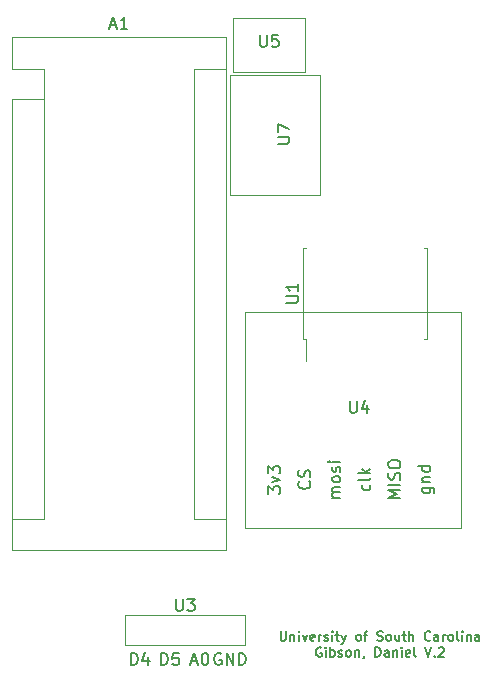
<source format=gbr>
%TF.GenerationSoftware,KiCad,Pcbnew,(5.1.10)-1*%
%TF.CreationDate,2021-10-20T12:04:40-04:00*%
%TF.ProjectId,mainboard,6d61696e-626f-4617-9264-2e6b69636164,rev?*%
%TF.SameCoordinates,Original*%
%TF.FileFunction,Legend,Top*%
%TF.FilePolarity,Positive*%
%FSLAX46Y46*%
G04 Gerber Fmt 4.6, Leading zero omitted, Abs format (unit mm)*
G04 Created by KiCad (PCBNEW (5.1.10)-1) date 2021-10-20 12:04:40*
%MOMM*%
%LPD*%
G01*
G04 APERTURE LIST*
%ADD10C,0.150000*%
%ADD11C,0.120000*%
G04 APERTURE END LIST*
D10*
X112230952Y-104296904D02*
X112230952Y-104944523D01*
X112269047Y-105020714D01*
X112307142Y-105058809D01*
X112383333Y-105096904D01*
X112535714Y-105096904D01*
X112611904Y-105058809D01*
X112650000Y-105020714D01*
X112688095Y-104944523D01*
X112688095Y-104296904D01*
X113069047Y-104563571D02*
X113069047Y-105096904D01*
X113069047Y-104639761D02*
X113107142Y-104601666D01*
X113183333Y-104563571D01*
X113297619Y-104563571D01*
X113373809Y-104601666D01*
X113411904Y-104677857D01*
X113411904Y-105096904D01*
X113792857Y-105096904D02*
X113792857Y-104563571D01*
X113792857Y-104296904D02*
X113754761Y-104335000D01*
X113792857Y-104373095D01*
X113830952Y-104335000D01*
X113792857Y-104296904D01*
X113792857Y-104373095D01*
X114097619Y-104563571D02*
X114288095Y-105096904D01*
X114478571Y-104563571D01*
X115088095Y-105058809D02*
X115011904Y-105096904D01*
X114859523Y-105096904D01*
X114783333Y-105058809D01*
X114745238Y-104982619D01*
X114745238Y-104677857D01*
X114783333Y-104601666D01*
X114859523Y-104563571D01*
X115011904Y-104563571D01*
X115088095Y-104601666D01*
X115126190Y-104677857D01*
X115126190Y-104754047D01*
X114745238Y-104830238D01*
X115469047Y-105096904D02*
X115469047Y-104563571D01*
X115469047Y-104715952D02*
X115507142Y-104639761D01*
X115545238Y-104601666D01*
X115621428Y-104563571D01*
X115697619Y-104563571D01*
X115926190Y-105058809D02*
X116002380Y-105096904D01*
X116154761Y-105096904D01*
X116230952Y-105058809D01*
X116269047Y-104982619D01*
X116269047Y-104944523D01*
X116230952Y-104868333D01*
X116154761Y-104830238D01*
X116040476Y-104830238D01*
X115964285Y-104792142D01*
X115926190Y-104715952D01*
X115926190Y-104677857D01*
X115964285Y-104601666D01*
X116040476Y-104563571D01*
X116154761Y-104563571D01*
X116230952Y-104601666D01*
X116611904Y-105096904D02*
X116611904Y-104563571D01*
X116611904Y-104296904D02*
X116573809Y-104335000D01*
X116611904Y-104373095D01*
X116650000Y-104335000D01*
X116611904Y-104296904D01*
X116611904Y-104373095D01*
X116878571Y-104563571D02*
X117183333Y-104563571D01*
X116992857Y-104296904D02*
X116992857Y-104982619D01*
X117030952Y-105058809D01*
X117107142Y-105096904D01*
X117183333Y-105096904D01*
X117373809Y-104563571D02*
X117564285Y-105096904D01*
X117754761Y-104563571D02*
X117564285Y-105096904D01*
X117488095Y-105287380D01*
X117450000Y-105325476D01*
X117373809Y-105363571D01*
X118783333Y-105096904D02*
X118707142Y-105058809D01*
X118669047Y-105020714D01*
X118630952Y-104944523D01*
X118630952Y-104715952D01*
X118669047Y-104639761D01*
X118707142Y-104601666D01*
X118783333Y-104563571D01*
X118897619Y-104563571D01*
X118973809Y-104601666D01*
X119011904Y-104639761D01*
X119050000Y-104715952D01*
X119050000Y-104944523D01*
X119011904Y-105020714D01*
X118973809Y-105058809D01*
X118897619Y-105096904D01*
X118783333Y-105096904D01*
X119278571Y-104563571D02*
X119583333Y-104563571D01*
X119392857Y-105096904D02*
X119392857Y-104411190D01*
X119430952Y-104335000D01*
X119507142Y-104296904D01*
X119583333Y-104296904D01*
X120421428Y-105058809D02*
X120535714Y-105096904D01*
X120726190Y-105096904D01*
X120802380Y-105058809D01*
X120840476Y-105020714D01*
X120878571Y-104944523D01*
X120878571Y-104868333D01*
X120840476Y-104792142D01*
X120802380Y-104754047D01*
X120726190Y-104715952D01*
X120573809Y-104677857D01*
X120497619Y-104639761D01*
X120459523Y-104601666D01*
X120421428Y-104525476D01*
X120421428Y-104449285D01*
X120459523Y-104373095D01*
X120497619Y-104335000D01*
X120573809Y-104296904D01*
X120764285Y-104296904D01*
X120878571Y-104335000D01*
X121335714Y-105096904D02*
X121259523Y-105058809D01*
X121221428Y-105020714D01*
X121183333Y-104944523D01*
X121183333Y-104715952D01*
X121221428Y-104639761D01*
X121259523Y-104601666D01*
X121335714Y-104563571D01*
X121450000Y-104563571D01*
X121526190Y-104601666D01*
X121564285Y-104639761D01*
X121602380Y-104715952D01*
X121602380Y-104944523D01*
X121564285Y-105020714D01*
X121526190Y-105058809D01*
X121450000Y-105096904D01*
X121335714Y-105096904D01*
X122288095Y-104563571D02*
X122288095Y-105096904D01*
X121945238Y-104563571D02*
X121945238Y-104982619D01*
X121983333Y-105058809D01*
X122059523Y-105096904D01*
X122173809Y-105096904D01*
X122250000Y-105058809D01*
X122288095Y-105020714D01*
X122554761Y-104563571D02*
X122859523Y-104563571D01*
X122669047Y-104296904D02*
X122669047Y-104982619D01*
X122707142Y-105058809D01*
X122783333Y-105096904D01*
X122859523Y-105096904D01*
X123126190Y-105096904D02*
X123126190Y-104296904D01*
X123469047Y-105096904D02*
X123469047Y-104677857D01*
X123430952Y-104601666D01*
X123354761Y-104563571D01*
X123240476Y-104563571D01*
X123164285Y-104601666D01*
X123126190Y-104639761D01*
X124916666Y-105020714D02*
X124878571Y-105058809D01*
X124764285Y-105096904D01*
X124688095Y-105096904D01*
X124573809Y-105058809D01*
X124497619Y-104982619D01*
X124459523Y-104906428D01*
X124421428Y-104754047D01*
X124421428Y-104639761D01*
X124459523Y-104487380D01*
X124497619Y-104411190D01*
X124573809Y-104335000D01*
X124688095Y-104296904D01*
X124764285Y-104296904D01*
X124878571Y-104335000D01*
X124916666Y-104373095D01*
X125602380Y-105096904D02*
X125602380Y-104677857D01*
X125564285Y-104601666D01*
X125488095Y-104563571D01*
X125335714Y-104563571D01*
X125259523Y-104601666D01*
X125602380Y-105058809D02*
X125526190Y-105096904D01*
X125335714Y-105096904D01*
X125259523Y-105058809D01*
X125221428Y-104982619D01*
X125221428Y-104906428D01*
X125259523Y-104830238D01*
X125335714Y-104792142D01*
X125526190Y-104792142D01*
X125602380Y-104754047D01*
X125983333Y-105096904D02*
X125983333Y-104563571D01*
X125983333Y-104715952D02*
X126021428Y-104639761D01*
X126059523Y-104601666D01*
X126135714Y-104563571D01*
X126211904Y-104563571D01*
X126592857Y-105096904D02*
X126516666Y-105058809D01*
X126478571Y-105020714D01*
X126440476Y-104944523D01*
X126440476Y-104715952D01*
X126478571Y-104639761D01*
X126516666Y-104601666D01*
X126592857Y-104563571D01*
X126707142Y-104563571D01*
X126783333Y-104601666D01*
X126821428Y-104639761D01*
X126859523Y-104715952D01*
X126859523Y-104944523D01*
X126821428Y-105020714D01*
X126783333Y-105058809D01*
X126707142Y-105096904D01*
X126592857Y-105096904D01*
X127316666Y-105096904D02*
X127240476Y-105058809D01*
X127202380Y-104982619D01*
X127202380Y-104296904D01*
X127621428Y-105096904D02*
X127621428Y-104563571D01*
X127621428Y-104296904D02*
X127583333Y-104335000D01*
X127621428Y-104373095D01*
X127659523Y-104335000D01*
X127621428Y-104296904D01*
X127621428Y-104373095D01*
X128002380Y-104563571D02*
X128002380Y-105096904D01*
X128002380Y-104639761D02*
X128040476Y-104601666D01*
X128116666Y-104563571D01*
X128230952Y-104563571D01*
X128307142Y-104601666D01*
X128345238Y-104677857D01*
X128345238Y-105096904D01*
X129069047Y-105096904D02*
X129069047Y-104677857D01*
X129030952Y-104601666D01*
X128954761Y-104563571D01*
X128802380Y-104563571D01*
X128726190Y-104601666D01*
X129069047Y-105058809D02*
X128992857Y-105096904D01*
X128802380Y-105096904D01*
X128726190Y-105058809D01*
X128688095Y-104982619D01*
X128688095Y-104906428D01*
X128726190Y-104830238D01*
X128802380Y-104792142D01*
X128992857Y-104792142D01*
X129069047Y-104754047D01*
X115678571Y-105685000D02*
X115602380Y-105646904D01*
X115488095Y-105646904D01*
X115373809Y-105685000D01*
X115297619Y-105761190D01*
X115259523Y-105837380D01*
X115221428Y-105989761D01*
X115221428Y-106104047D01*
X115259523Y-106256428D01*
X115297619Y-106332619D01*
X115373809Y-106408809D01*
X115488095Y-106446904D01*
X115564285Y-106446904D01*
X115678571Y-106408809D01*
X115716666Y-106370714D01*
X115716666Y-106104047D01*
X115564285Y-106104047D01*
X116059523Y-106446904D02*
X116059523Y-105913571D01*
X116059523Y-105646904D02*
X116021428Y-105685000D01*
X116059523Y-105723095D01*
X116097619Y-105685000D01*
X116059523Y-105646904D01*
X116059523Y-105723095D01*
X116440476Y-106446904D02*
X116440476Y-105646904D01*
X116440476Y-105951666D02*
X116516666Y-105913571D01*
X116669047Y-105913571D01*
X116745238Y-105951666D01*
X116783333Y-105989761D01*
X116821428Y-106065952D01*
X116821428Y-106294523D01*
X116783333Y-106370714D01*
X116745238Y-106408809D01*
X116669047Y-106446904D01*
X116516666Y-106446904D01*
X116440476Y-106408809D01*
X117126190Y-106408809D02*
X117202380Y-106446904D01*
X117354761Y-106446904D01*
X117430952Y-106408809D01*
X117469047Y-106332619D01*
X117469047Y-106294523D01*
X117430952Y-106218333D01*
X117354761Y-106180238D01*
X117240476Y-106180238D01*
X117164285Y-106142142D01*
X117126190Y-106065952D01*
X117126190Y-106027857D01*
X117164285Y-105951666D01*
X117240476Y-105913571D01*
X117354761Y-105913571D01*
X117430952Y-105951666D01*
X117926190Y-106446904D02*
X117850000Y-106408809D01*
X117811904Y-106370714D01*
X117773809Y-106294523D01*
X117773809Y-106065952D01*
X117811904Y-105989761D01*
X117850000Y-105951666D01*
X117926190Y-105913571D01*
X118040476Y-105913571D01*
X118116666Y-105951666D01*
X118154761Y-105989761D01*
X118192857Y-106065952D01*
X118192857Y-106294523D01*
X118154761Y-106370714D01*
X118116666Y-106408809D01*
X118040476Y-106446904D01*
X117926190Y-106446904D01*
X118535714Y-105913571D02*
X118535714Y-106446904D01*
X118535714Y-105989761D02*
X118573809Y-105951666D01*
X118650000Y-105913571D01*
X118764285Y-105913571D01*
X118840476Y-105951666D01*
X118878571Y-106027857D01*
X118878571Y-106446904D01*
X119297619Y-106408809D02*
X119297619Y-106446904D01*
X119259523Y-106523095D01*
X119221428Y-106561190D01*
X120250000Y-106446904D02*
X120250000Y-105646904D01*
X120440476Y-105646904D01*
X120554761Y-105685000D01*
X120630952Y-105761190D01*
X120669047Y-105837380D01*
X120707142Y-105989761D01*
X120707142Y-106104047D01*
X120669047Y-106256428D01*
X120630952Y-106332619D01*
X120554761Y-106408809D01*
X120440476Y-106446904D01*
X120250000Y-106446904D01*
X121392857Y-106446904D02*
X121392857Y-106027857D01*
X121354761Y-105951666D01*
X121278571Y-105913571D01*
X121126190Y-105913571D01*
X121050000Y-105951666D01*
X121392857Y-106408809D02*
X121316666Y-106446904D01*
X121126190Y-106446904D01*
X121050000Y-106408809D01*
X121011904Y-106332619D01*
X121011904Y-106256428D01*
X121050000Y-106180238D01*
X121126190Y-106142142D01*
X121316666Y-106142142D01*
X121392857Y-106104047D01*
X121773809Y-105913571D02*
X121773809Y-106446904D01*
X121773809Y-105989761D02*
X121811904Y-105951666D01*
X121888095Y-105913571D01*
X122002380Y-105913571D01*
X122078571Y-105951666D01*
X122116666Y-106027857D01*
X122116666Y-106446904D01*
X122497619Y-106446904D02*
X122497619Y-105913571D01*
X122497619Y-105646904D02*
X122459523Y-105685000D01*
X122497619Y-105723095D01*
X122535714Y-105685000D01*
X122497619Y-105646904D01*
X122497619Y-105723095D01*
X123183333Y-106408809D02*
X123107142Y-106446904D01*
X122954761Y-106446904D01*
X122878571Y-106408809D01*
X122840476Y-106332619D01*
X122840476Y-106027857D01*
X122878571Y-105951666D01*
X122954761Y-105913571D01*
X123107142Y-105913571D01*
X123183333Y-105951666D01*
X123221428Y-106027857D01*
X123221428Y-106104047D01*
X122840476Y-106180238D01*
X123678571Y-106446904D02*
X123602380Y-106408809D01*
X123564285Y-106332619D01*
X123564285Y-105646904D01*
X124478571Y-105646904D02*
X124745238Y-106446904D01*
X125011904Y-105646904D01*
X125278571Y-106370714D02*
X125316666Y-106408809D01*
X125278571Y-106446904D01*
X125240476Y-106408809D01*
X125278571Y-106370714D01*
X125278571Y-106446904D01*
X125621428Y-105723095D02*
X125659523Y-105685000D01*
X125735714Y-105646904D01*
X125926190Y-105646904D01*
X126002380Y-105685000D01*
X126040476Y-105723095D01*
X126078571Y-105799285D01*
X126078571Y-105875476D01*
X126040476Y-105989761D01*
X125583333Y-106446904D01*
X126078571Y-106446904D01*
D11*
%TO.C,A1*%
X92202000Y-59182000D02*
X92202000Y-56642000D01*
X92202000Y-56642000D02*
X89532000Y-56642000D01*
X89532000Y-59182000D02*
X89532000Y-97412000D01*
X89532000Y-53972000D02*
X89532000Y-56642000D01*
X104902000Y-56642000D02*
X107572000Y-56642000D01*
X104902000Y-56642000D02*
X104902000Y-94742000D01*
X104902000Y-94742000D02*
X107572000Y-94742000D01*
X92202000Y-59182000D02*
X89532000Y-59182000D01*
X92202000Y-59182000D02*
X92202000Y-94742000D01*
X92202000Y-94742000D02*
X89532000Y-94742000D01*
X89532000Y-97412000D02*
X107572000Y-97412000D01*
X107572000Y-97412000D02*
X107572000Y-53972000D01*
X107572000Y-53972000D02*
X89532000Y-53972000D01*
%TO.C,U1*%
X124640000Y-75692000D02*
X124640000Y-71832000D01*
X124640000Y-71832000D02*
X124385000Y-71832000D01*
X124640000Y-75692000D02*
X124640000Y-79552000D01*
X124640000Y-79552000D02*
X124385000Y-79552000D01*
X114120000Y-75692000D02*
X114120000Y-71832000D01*
X114120000Y-71832000D02*
X114375000Y-71832000D01*
X114120000Y-75692000D02*
X114120000Y-79552000D01*
X114120000Y-79552000D02*
X114375000Y-79552000D01*
X114375000Y-79552000D02*
X114375000Y-81367000D01*
%TO.C,U4*%
X127508000Y-77216000D02*
X127508000Y-95504000D01*
X109220000Y-77216000D02*
X127508000Y-77216000D01*
X109220000Y-77216000D02*
X109220000Y-95504000D01*
X127508000Y-95504000D02*
X109220000Y-95504000D01*
%TO.C,U3*%
X99060000Y-105410000D02*
X99060000Y-102870000D01*
X109220000Y-105410000D02*
X99060000Y-105410000D01*
X109220000Y-102870000D02*
X109220000Y-105410000D01*
X99060000Y-102870000D02*
X109220000Y-102870000D01*
%TO.C,U7*%
X107950000Y-57150000D02*
X115570000Y-57150000D01*
X107950000Y-67310000D02*
X107950000Y-57150000D01*
X115570000Y-67310000D02*
X107950000Y-67310000D01*
X115570000Y-57150000D02*
X115570000Y-67310000D01*
%TO.C,U5*%
X108204000Y-52324000D02*
X114300000Y-52324000D01*
X114300000Y-52324000D02*
X114300000Y-55880000D01*
X108204000Y-55880000D02*
X108204000Y-52324000D01*
X108204000Y-55880000D02*
X108204000Y-56896000D01*
X108204000Y-56896000D02*
X114300000Y-56896000D01*
X114300000Y-56896000D02*
X114300000Y-55880000D01*
%TO.C,A1*%
D10*
X97837714Y-52998666D02*
X98313904Y-52998666D01*
X97742476Y-53284380D02*
X98075809Y-52284380D01*
X98409142Y-53284380D01*
X99266285Y-53284380D02*
X98694857Y-53284380D01*
X98980571Y-53284380D02*
X98980571Y-52284380D01*
X98885333Y-52427238D01*
X98790095Y-52522476D01*
X98694857Y-52570095D01*
%TO.C,U1*%
X112732380Y-76453904D02*
X113541904Y-76453904D01*
X113637142Y-76406285D01*
X113684761Y-76358666D01*
X113732380Y-76263428D01*
X113732380Y-76072952D01*
X113684761Y-75977714D01*
X113637142Y-75930095D01*
X113541904Y-75882476D01*
X112732380Y-75882476D01*
X113732380Y-74882476D02*
X113732380Y-75453904D01*
X113732380Y-75168190D02*
X112732380Y-75168190D01*
X112875238Y-75263428D01*
X112970476Y-75358666D01*
X113018095Y-75453904D01*
%TO.C,U4*%
X118110095Y-84788380D02*
X118110095Y-85597904D01*
X118157714Y-85693142D01*
X118205333Y-85740761D01*
X118300571Y-85788380D01*
X118491047Y-85788380D01*
X118586285Y-85740761D01*
X118633904Y-85693142D01*
X118681523Y-85597904D01*
X118681523Y-84788380D01*
X119586285Y-85121714D02*
X119586285Y-85788380D01*
X119348190Y-84740761D02*
X119110095Y-85455047D01*
X119729142Y-85455047D01*
X111212380Y-92630476D02*
X111212380Y-92011428D01*
X111593333Y-92344761D01*
X111593333Y-92201904D01*
X111640952Y-92106666D01*
X111688571Y-92059047D01*
X111783809Y-92011428D01*
X112021904Y-92011428D01*
X112117142Y-92059047D01*
X112164761Y-92106666D01*
X112212380Y-92201904D01*
X112212380Y-92487619D01*
X112164761Y-92582857D01*
X112117142Y-92630476D01*
X111545714Y-91678095D02*
X112212380Y-91440000D01*
X111545714Y-91201904D01*
X111212380Y-90916190D02*
X111212380Y-90297142D01*
X111593333Y-90630476D01*
X111593333Y-90487619D01*
X111640952Y-90392380D01*
X111688571Y-90344761D01*
X111783809Y-90297142D01*
X112021904Y-90297142D01*
X112117142Y-90344761D01*
X112164761Y-90392380D01*
X112212380Y-90487619D01*
X112212380Y-90773333D01*
X112164761Y-90868571D01*
X112117142Y-90916190D01*
X114657142Y-91606666D02*
X114704761Y-91654285D01*
X114752380Y-91797142D01*
X114752380Y-91892380D01*
X114704761Y-92035238D01*
X114609523Y-92130476D01*
X114514285Y-92178095D01*
X114323809Y-92225714D01*
X114180952Y-92225714D01*
X113990476Y-92178095D01*
X113895238Y-92130476D01*
X113800000Y-92035238D01*
X113752380Y-91892380D01*
X113752380Y-91797142D01*
X113800000Y-91654285D01*
X113847619Y-91606666D01*
X114704761Y-91225714D02*
X114752380Y-91082857D01*
X114752380Y-90844761D01*
X114704761Y-90749523D01*
X114657142Y-90701904D01*
X114561904Y-90654285D01*
X114466666Y-90654285D01*
X114371428Y-90701904D01*
X114323809Y-90749523D01*
X114276190Y-90844761D01*
X114228571Y-91035238D01*
X114180952Y-91130476D01*
X114133333Y-91178095D01*
X114038095Y-91225714D01*
X113942857Y-91225714D01*
X113847619Y-91178095D01*
X113800000Y-91130476D01*
X113752380Y-91035238D01*
X113752380Y-90797142D01*
X113800000Y-90654285D01*
X117292380Y-92963809D02*
X116625714Y-92963809D01*
X116720952Y-92963809D02*
X116673333Y-92916190D01*
X116625714Y-92820952D01*
X116625714Y-92678095D01*
X116673333Y-92582857D01*
X116768571Y-92535238D01*
X117292380Y-92535238D01*
X116768571Y-92535238D02*
X116673333Y-92487619D01*
X116625714Y-92392380D01*
X116625714Y-92249523D01*
X116673333Y-92154285D01*
X116768571Y-92106666D01*
X117292380Y-92106666D01*
X117292380Y-91487619D02*
X117244761Y-91582857D01*
X117197142Y-91630476D01*
X117101904Y-91678095D01*
X116816190Y-91678095D01*
X116720952Y-91630476D01*
X116673333Y-91582857D01*
X116625714Y-91487619D01*
X116625714Y-91344761D01*
X116673333Y-91249523D01*
X116720952Y-91201904D01*
X116816190Y-91154285D01*
X117101904Y-91154285D01*
X117197142Y-91201904D01*
X117244761Y-91249523D01*
X117292380Y-91344761D01*
X117292380Y-91487619D01*
X117244761Y-90773333D02*
X117292380Y-90678095D01*
X117292380Y-90487619D01*
X117244761Y-90392380D01*
X117149523Y-90344761D01*
X117101904Y-90344761D01*
X117006666Y-90392380D01*
X116959047Y-90487619D01*
X116959047Y-90630476D01*
X116911428Y-90725714D01*
X116816190Y-90773333D01*
X116768571Y-90773333D01*
X116673333Y-90725714D01*
X116625714Y-90630476D01*
X116625714Y-90487619D01*
X116673333Y-90392380D01*
X117292380Y-89916190D02*
X116625714Y-89916190D01*
X116292380Y-89916190D02*
X116340000Y-89963809D01*
X116387619Y-89916190D01*
X116340000Y-89868571D01*
X116292380Y-89916190D01*
X116387619Y-89916190D01*
X119784761Y-91868571D02*
X119832380Y-91963809D01*
X119832380Y-92154285D01*
X119784761Y-92249523D01*
X119737142Y-92297142D01*
X119641904Y-92344761D01*
X119356190Y-92344761D01*
X119260952Y-92297142D01*
X119213333Y-92249523D01*
X119165714Y-92154285D01*
X119165714Y-91963809D01*
X119213333Y-91868571D01*
X119832380Y-91297142D02*
X119784761Y-91392380D01*
X119689523Y-91440000D01*
X118832380Y-91440000D01*
X119832380Y-90916190D02*
X118832380Y-90916190D01*
X119451428Y-90820952D02*
X119832380Y-90535238D01*
X119165714Y-90535238D02*
X119546666Y-90916190D01*
X122372380Y-93011428D02*
X121372380Y-93011428D01*
X122086666Y-92678095D01*
X121372380Y-92344761D01*
X122372380Y-92344761D01*
X122372380Y-91868571D02*
X121372380Y-91868571D01*
X122324761Y-91440000D02*
X122372380Y-91297142D01*
X122372380Y-91059047D01*
X122324761Y-90963809D01*
X122277142Y-90916190D01*
X122181904Y-90868571D01*
X122086666Y-90868571D01*
X121991428Y-90916190D01*
X121943809Y-90963809D01*
X121896190Y-91059047D01*
X121848571Y-91249523D01*
X121800952Y-91344761D01*
X121753333Y-91392380D01*
X121658095Y-91440000D01*
X121562857Y-91440000D01*
X121467619Y-91392380D01*
X121420000Y-91344761D01*
X121372380Y-91249523D01*
X121372380Y-91011428D01*
X121420000Y-90868571D01*
X121372380Y-90249523D02*
X121372380Y-90059047D01*
X121420000Y-89963809D01*
X121515238Y-89868571D01*
X121705714Y-89820952D01*
X122039047Y-89820952D01*
X122229523Y-89868571D01*
X122324761Y-89963809D01*
X122372380Y-90059047D01*
X122372380Y-90249523D01*
X122324761Y-90344761D01*
X122229523Y-90440000D01*
X122039047Y-90487619D01*
X121705714Y-90487619D01*
X121515238Y-90440000D01*
X121420000Y-90344761D01*
X121372380Y-90249523D01*
X124245714Y-92130476D02*
X125055238Y-92130476D01*
X125150476Y-92178095D01*
X125198095Y-92225714D01*
X125245714Y-92320952D01*
X125245714Y-92463809D01*
X125198095Y-92559047D01*
X124864761Y-92130476D02*
X124912380Y-92225714D01*
X124912380Y-92416190D01*
X124864761Y-92511428D01*
X124817142Y-92559047D01*
X124721904Y-92606666D01*
X124436190Y-92606666D01*
X124340952Y-92559047D01*
X124293333Y-92511428D01*
X124245714Y-92416190D01*
X124245714Y-92225714D01*
X124293333Y-92130476D01*
X124245714Y-91654285D02*
X124912380Y-91654285D01*
X124340952Y-91654285D02*
X124293333Y-91606666D01*
X124245714Y-91511428D01*
X124245714Y-91368571D01*
X124293333Y-91273333D01*
X124388571Y-91225714D01*
X124912380Y-91225714D01*
X124912380Y-90320952D02*
X123912380Y-90320952D01*
X124864761Y-90320952D02*
X124912380Y-90416190D01*
X124912380Y-90606666D01*
X124864761Y-90701904D01*
X124817142Y-90749523D01*
X124721904Y-90797142D01*
X124436190Y-90797142D01*
X124340952Y-90749523D01*
X124293333Y-90701904D01*
X124245714Y-90606666D01*
X124245714Y-90416190D01*
X124293333Y-90320952D01*
%TO.C,U3*%
X103378095Y-101552380D02*
X103378095Y-102361904D01*
X103425714Y-102457142D01*
X103473333Y-102504761D01*
X103568571Y-102552380D01*
X103759047Y-102552380D01*
X103854285Y-102504761D01*
X103901904Y-102457142D01*
X103949523Y-102361904D01*
X103949523Y-101552380D01*
X104330476Y-101552380D02*
X104949523Y-101552380D01*
X104616190Y-101933333D01*
X104759047Y-101933333D01*
X104854285Y-101980952D01*
X104901904Y-102028571D01*
X104949523Y-102123809D01*
X104949523Y-102361904D01*
X104901904Y-102457142D01*
X104854285Y-102504761D01*
X104759047Y-102552380D01*
X104473333Y-102552380D01*
X104378095Y-102504761D01*
X104330476Y-102457142D01*
X99591904Y-107132380D02*
X99591904Y-106132380D01*
X99830000Y-106132380D01*
X99972857Y-106180000D01*
X100068095Y-106275238D01*
X100115714Y-106370476D01*
X100163333Y-106560952D01*
X100163333Y-106703809D01*
X100115714Y-106894285D01*
X100068095Y-106989523D01*
X99972857Y-107084761D01*
X99830000Y-107132380D01*
X99591904Y-107132380D01*
X101020476Y-106465714D02*
X101020476Y-107132380D01*
X100782380Y-106084761D02*
X100544285Y-106799047D01*
X101163333Y-106799047D01*
X102131904Y-107132380D02*
X102131904Y-106132380D01*
X102370000Y-106132380D01*
X102512857Y-106180000D01*
X102608095Y-106275238D01*
X102655714Y-106370476D01*
X102703333Y-106560952D01*
X102703333Y-106703809D01*
X102655714Y-106894285D01*
X102608095Y-106989523D01*
X102512857Y-107084761D01*
X102370000Y-107132380D01*
X102131904Y-107132380D01*
X103608095Y-106132380D02*
X103131904Y-106132380D01*
X103084285Y-106608571D01*
X103131904Y-106560952D01*
X103227142Y-106513333D01*
X103465238Y-106513333D01*
X103560476Y-106560952D01*
X103608095Y-106608571D01*
X103655714Y-106703809D01*
X103655714Y-106941904D01*
X103608095Y-107037142D01*
X103560476Y-107084761D01*
X103465238Y-107132380D01*
X103227142Y-107132380D01*
X103131904Y-107084761D01*
X103084285Y-107037142D01*
X104695714Y-106846666D02*
X105171904Y-106846666D01*
X104600476Y-107132380D02*
X104933809Y-106132380D01*
X105267142Y-107132380D01*
X105790952Y-106132380D02*
X105886190Y-106132380D01*
X105981428Y-106180000D01*
X106029047Y-106227619D01*
X106076666Y-106322857D01*
X106124285Y-106513333D01*
X106124285Y-106751428D01*
X106076666Y-106941904D01*
X106029047Y-107037142D01*
X105981428Y-107084761D01*
X105886190Y-107132380D01*
X105790952Y-107132380D01*
X105695714Y-107084761D01*
X105648095Y-107037142D01*
X105600476Y-106941904D01*
X105552857Y-106751428D01*
X105552857Y-106513333D01*
X105600476Y-106322857D01*
X105648095Y-106227619D01*
X105695714Y-106180000D01*
X105790952Y-106132380D01*
X107188095Y-106180000D02*
X107092857Y-106132380D01*
X106950000Y-106132380D01*
X106807142Y-106180000D01*
X106711904Y-106275238D01*
X106664285Y-106370476D01*
X106616666Y-106560952D01*
X106616666Y-106703809D01*
X106664285Y-106894285D01*
X106711904Y-106989523D01*
X106807142Y-107084761D01*
X106950000Y-107132380D01*
X107045238Y-107132380D01*
X107188095Y-107084761D01*
X107235714Y-107037142D01*
X107235714Y-106703809D01*
X107045238Y-106703809D01*
X107664285Y-107132380D02*
X107664285Y-106132380D01*
X108235714Y-107132380D01*
X108235714Y-106132380D01*
X108711904Y-107132380D02*
X108711904Y-106132380D01*
X108950000Y-106132380D01*
X109092857Y-106180000D01*
X109188095Y-106275238D01*
X109235714Y-106370476D01*
X109283333Y-106560952D01*
X109283333Y-106703809D01*
X109235714Y-106894285D01*
X109188095Y-106989523D01*
X109092857Y-107084761D01*
X108950000Y-107132380D01*
X108711904Y-107132380D01*
%TO.C,U7*%
X111982380Y-62991904D02*
X112791904Y-62991904D01*
X112887142Y-62944285D01*
X112934761Y-62896666D01*
X112982380Y-62801428D01*
X112982380Y-62610952D01*
X112934761Y-62515714D01*
X112887142Y-62468095D01*
X112791904Y-62420476D01*
X111982380Y-62420476D01*
X111982380Y-62039523D02*
X111982380Y-61372857D01*
X112982380Y-61801428D01*
%TO.C,U5*%
X110490095Y-53800380D02*
X110490095Y-54609904D01*
X110537714Y-54705142D01*
X110585333Y-54752761D01*
X110680571Y-54800380D01*
X110871047Y-54800380D01*
X110966285Y-54752761D01*
X111013904Y-54705142D01*
X111061523Y-54609904D01*
X111061523Y-53800380D01*
X112013904Y-53800380D02*
X111537714Y-53800380D01*
X111490095Y-54276571D01*
X111537714Y-54228952D01*
X111632952Y-54181333D01*
X111871047Y-54181333D01*
X111966285Y-54228952D01*
X112013904Y-54276571D01*
X112061523Y-54371809D01*
X112061523Y-54609904D01*
X112013904Y-54705142D01*
X111966285Y-54752761D01*
X111871047Y-54800380D01*
X111632952Y-54800380D01*
X111537714Y-54752761D01*
X111490095Y-54705142D01*
%TD*%
M02*

</source>
